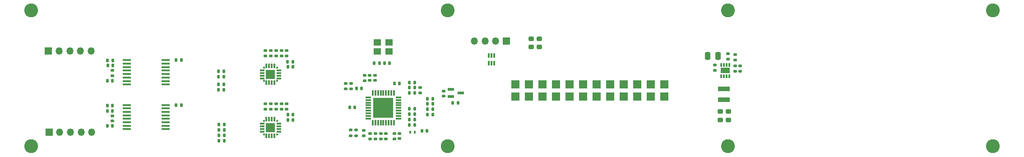
<source format=gts>
G04 #@! TF.GenerationSoftware,KiCad,Pcbnew,(6.0.4)*
G04 #@! TF.CreationDate,2022-05-22T11:17:41+03:00*
G04 #@! TF.ProjectId,dock_rs232_prt,646f636b-5f72-4733-9233-325f7072742e,rev?*
G04 #@! TF.SameCoordinates,Original*
G04 #@! TF.FileFunction,Soldermask,Top*
G04 #@! TF.FilePolarity,Negative*
%FSLAX46Y46*%
G04 Gerber Fmt 4.6, Leading zero omitted, Abs format (unit mm)*
G04 Created by KiCad (PCBNEW (6.0.4)) date 2022-05-22 11:17:41*
%MOMM*%
%LPD*%
G01*
G04 APERTURE LIST*
G04 Aperture macros list*
%AMRoundRect*
0 Rectangle with rounded corners*
0 $1 Rounding radius*
0 $2 $3 $4 $5 $6 $7 $8 $9 X,Y pos of 4 corners*
0 Add a 4 corners polygon primitive as box body*
4,1,4,$2,$3,$4,$5,$6,$7,$8,$9,$2,$3,0*
0 Add four circle primitives for the rounded corners*
1,1,$1+$1,$2,$3*
1,1,$1+$1,$4,$5*
1,1,$1+$1,$6,$7*
1,1,$1+$1,$8,$9*
0 Add four rect primitives between the rounded corners*
20,1,$1+$1,$2,$3,$4,$5,0*
20,1,$1+$1,$4,$5,$6,$7,0*
20,1,$1+$1,$6,$7,$8,$9,0*
20,1,$1+$1,$8,$9,$2,$3,0*%
G04 Aperture macros list end*
%ADD10C,2.600000*%
%ADD11R,1.150000X0.500000*%
%ADD12RoundRect,0.140000X-0.140000X-0.170000X0.140000X-0.170000X0.140000X0.170000X-0.140000X0.170000X0*%
%ADD13RoundRect,0.135000X0.185000X-0.135000X0.185000X0.135000X-0.185000X0.135000X-0.185000X-0.135000X0*%
%ADD14R,0.400000X0.500000*%
%ADD15RoundRect,0.135000X0.135000X0.185000X-0.135000X0.185000X-0.135000X-0.185000X0.135000X-0.185000X0*%
%ADD16RoundRect,0.225000X-0.250000X0.225000X-0.250000X-0.225000X0.250000X-0.225000X0.250000X0.225000X0*%
%ADD17RoundRect,0.140000X0.140000X0.170000X-0.140000X0.170000X-0.140000X-0.170000X0.140000X-0.170000X0*%
%ADD18RoundRect,0.140000X-0.170000X0.140000X-0.170000X-0.140000X0.170000X-0.140000X0.170000X0.140000X0*%
%ADD19RoundRect,0.225000X0.250000X-0.225000X0.250000X0.225000X-0.250000X0.225000X-0.250000X-0.225000X0*%
%ADD20R,1.350000X1.350000*%
%ADD21O,1.350000X1.350000*%
%ADD22R,1.500000X1.500000*%
%ADD23RoundRect,0.135000X-0.135000X-0.185000X0.135000X-0.185000X0.135000X0.185000X-0.135000X0.185000X0*%
%ADD24R,0.300000X0.700000*%
%ADD25R,1.800000X1.000000*%
%ADD26R,1.100000X0.300000*%
%ADD27R,0.300000X1.100000*%
%ADD28R,3.800000X3.800000*%
%ADD29RoundRect,0.140000X0.170000X-0.140000X0.170000X0.140000X-0.170000X0.140000X-0.170000X-0.140000X0*%
%ADD30RoundRect,0.135000X-0.185000X0.135000X-0.185000X-0.135000X0.185000X-0.135000X0.185000X0.135000X0*%
%ADD31R,0.300000X0.300000*%
%ADD32R,0.900000X0.300000*%
%ADD33R,0.300000X0.900000*%
%ADD34R,1.800000X1.800000*%
%ADD35R,0.300000X0.850000*%
%ADD36R,2.200000X0.850000*%
%ADD37R,1.400000X1.200000*%
%ADD38RoundRect,0.250000X-0.250000X-0.475000X0.250000X-0.475000X0.250000X0.475000X-0.250000X0.475000X0*%
%ADD39R,1.639799X0.431000*%
G04 APERTURE END LIST*
D10*
X202740569Y-113833157D03*
D11*
X281445919Y-103156201D03*
X281445919Y-104456201D03*
X283345919Y-103806201D03*
D12*
X217025919Y-101507354D03*
X217985919Y-101507354D03*
D13*
X270835919Y-112456201D03*
X270835919Y-111436201D03*
D14*
X273845919Y-111155048D03*
X274645919Y-111155048D03*
D13*
X247651269Y-96871551D03*
X247651269Y-95851551D03*
D15*
X274695919Y-103817354D03*
X273675919Y-103817354D03*
D16*
X298005919Y-93642354D03*
X298005919Y-95192354D03*
D17*
X251795919Y-97947354D03*
X250835919Y-97947354D03*
D18*
X249661269Y-95881551D03*
X249661269Y-96841551D03*
D13*
X247655919Y-106867354D03*
X247655919Y-105847354D03*
D10*
X333434272Y-113833157D03*
D19*
X333485919Y-108877354D03*
X333485919Y-107327354D03*
D20*
X205965919Y-95907354D03*
D21*
X207965919Y-95907354D03*
X209965919Y-95907354D03*
X211965919Y-95907354D03*
X213965919Y-95907354D03*
D18*
X267240116Y-100472004D03*
X267240116Y-101432004D03*
D22*
X296102314Y-102210511D03*
X313869822Y-102210511D03*
D12*
X267095919Y-98236201D03*
X268055919Y-98236201D03*
D22*
X303726488Y-102210511D03*
X306272031Y-102210511D03*
X293557740Y-102210511D03*
D18*
X280105116Y-103437354D03*
X280105116Y-104397354D03*
D22*
X313869822Y-104460511D03*
D18*
X217975919Y-99607354D03*
X217975919Y-100567354D03*
D13*
X262715919Y-103066201D03*
X262715919Y-102046201D03*
D22*
X318956856Y-104460511D03*
D13*
X261685919Y-103056201D03*
X261685919Y-102036201D03*
D10*
X383102927Y-113833157D03*
D22*
X318956856Y-102210511D03*
D23*
X277015919Y-107846201D03*
X278035919Y-107846201D03*
D22*
X298645299Y-102210511D03*
D15*
X238885919Y-99787354D03*
X237865919Y-99787354D03*
D24*
X333687419Y-98542354D03*
X333187419Y-98542354D03*
X332687419Y-98542354D03*
X332187419Y-98542354D03*
X332187419Y-100642354D03*
X332687419Y-100642354D03*
X333187419Y-100642354D03*
X333687419Y-100642354D03*
D25*
X332937419Y-99592354D03*
D26*
X265985919Y-104637354D03*
X265985919Y-105137354D03*
X265985919Y-105637354D03*
X265985919Y-106137354D03*
X265985919Y-106637354D03*
X265985919Y-107137354D03*
X265985919Y-107637354D03*
X265985919Y-108137354D03*
X265985919Y-108637354D03*
D27*
X266785919Y-109437354D03*
X267285919Y-109437354D03*
X267785919Y-109437354D03*
X268285919Y-109437354D03*
X268785919Y-109437354D03*
X269285919Y-109437354D03*
X269785919Y-109437354D03*
X270285919Y-109437354D03*
X270785919Y-109437354D03*
D26*
X271585919Y-108637354D03*
X271585919Y-108137354D03*
X271585919Y-107637354D03*
X271585919Y-107137354D03*
X271585919Y-106637354D03*
X271585919Y-106137354D03*
X271585919Y-105637354D03*
X271585919Y-105137354D03*
X271585919Y-104637354D03*
D27*
X270785919Y-103837354D03*
X270285919Y-103837354D03*
X269785919Y-103837354D03*
X269285919Y-103837354D03*
X268785919Y-103837354D03*
X268285919Y-103837354D03*
X267785919Y-103837354D03*
X267285919Y-103837354D03*
X266785919Y-103837354D03*
D28*
X268785919Y-106637354D03*
D17*
X274655919Y-106797354D03*
X273695919Y-106797354D03*
D22*
X301186952Y-102210511D03*
D18*
X275655919Y-102837354D03*
X275655919Y-103797354D03*
D17*
X276960116Y-110937004D03*
X276000116Y-110937004D03*
D22*
X301186952Y-104460511D03*
D23*
X277035919Y-105866201D03*
X278055919Y-105866201D03*
D22*
X316417530Y-102210511D03*
D29*
X267350116Y-112427004D03*
X267350116Y-111467004D03*
D30*
X334755919Y-98722354D03*
X334755919Y-99742354D03*
D22*
X321495567Y-104460511D03*
D10*
X280893489Y-88317435D03*
D18*
X250661269Y-95881551D03*
X250661269Y-96841551D03*
D30*
X333395919Y-96472354D03*
X333395919Y-97492354D03*
D17*
X217985919Y-107167354D03*
X217025919Y-107167354D03*
D22*
X308812574Y-104460511D03*
X311350317Y-104460511D03*
X306272031Y-104460511D03*
D30*
X331000919Y-98572354D03*
X331000919Y-99592354D03*
D22*
X303726488Y-104460511D03*
D17*
X230875919Y-106087354D03*
X229915919Y-106087354D03*
D18*
X335745919Y-98752354D03*
X335745919Y-99712354D03*
D23*
X273670116Y-101832004D03*
X274690116Y-101832004D03*
D18*
X250665919Y-105877354D03*
X250665919Y-106837354D03*
D17*
X230865919Y-97667354D03*
X229905919Y-97667354D03*
D31*
X248855919Y-101567354D03*
D32*
X249155919Y-101067354D03*
X249155919Y-100567354D03*
X249155919Y-100067354D03*
X249155919Y-99567354D03*
D31*
X248855919Y-99067354D03*
D33*
X248355919Y-98767354D03*
X247855919Y-98767354D03*
X247355919Y-98767354D03*
X246855919Y-98767354D03*
D31*
X246355919Y-99067354D03*
D32*
X246055919Y-99567354D03*
X246055919Y-100067354D03*
X246055919Y-100567354D03*
X246055919Y-101067354D03*
D31*
X246355919Y-101567354D03*
D33*
X246855919Y-101867354D03*
X247355919Y-101867354D03*
X247855919Y-101867354D03*
X248355919Y-101867354D03*
D34*
X247605919Y-100317354D03*
D15*
X238875919Y-102177354D03*
X237855919Y-102177354D03*
X238935919Y-112827354D03*
X237915919Y-112827354D03*
D12*
X262485919Y-106487354D03*
X263445919Y-106487354D03*
D30*
X248645919Y-105847354D03*
X248645919Y-106867354D03*
D15*
X238895919Y-103187354D03*
X237875919Y-103187354D03*
D22*
X308812574Y-102210511D03*
D35*
X288595919Y-98217354D03*
X289095919Y-98217354D03*
X289595919Y-98217354D03*
X289595919Y-96817354D03*
X289095919Y-96817354D03*
X288595919Y-96817354D03*
D22*
X311350317Y-102210511D03*
D17*
X269925919Y-98236201D03*
X268965919Y-98236201D03*
D19*
X331975919Y-108867354D03*
X331975919Y-107317354D03*
D12*
X217055919Y-97717354D03*
X218015919Y-97717354D03*
X263730116Y-102992004D03*
X264690116Y-102992004D03*
D20*
X206065919Y-111207354D03*
D21*
X208065919Y-111207354D03*
X210065919Y-111207354D03*
X212065919Y-111207354D03*
X214065919Y-111207354D03*
D22*
X321495567Y-102210511D03*
D12*
X217025919Y-106207354D03*
X217985919Y-106207354D03*
D15*
X238915919Y-109767354D03*
X237895919Y-109767354D03*
D18*
X217945919Y-108107354D03*
X217945919Y-109067354D03*
D29*
X268310116Y-112417004D03*
X268310116Y-111457004D03*
D36*
X332705919Y-103067354D03*
X332705919Y-105117354D03*
D15*
X274700116Y-108842004D03*
X273680116Y-108842004D03*
D31*
X248860569Y-111563157D03*
D32*
X249160569Y-111063157D03*
X249160569Y-110563157D03*
X249160569Y-110063157D03*
X249160569Y-109563157D03*
D31*
X248860569Y-109063157D03*
D33*
X248360569Y-108763157D03*
X247860569Y-108763157D03*
X247360569Y-108763157D03*
X246860569Y-108763157D03*
D31*
X246360569Y-109063157D03*
D32*
X246060569Y-109563157D03*
X246060569Y-110063157D03*
X246060569Y-110563157D03*
X246060569Y-111063157D03*
D31*
X246360569Y-111563157D03*
D33*
X246860569Y-111863157D03*
X247360569Y-111863157D03*
X247860569Y-111863157D03*
X248360569Y-111863157D03*
D34*
X247610569Y-110313157D03*
D22*
X298645299Y-104460511D03*
D29*
X271805919Y-112407354D03*
X271805919Y-111447354D03*
D13*
X246615919Y-106867354D03*
X246615919Y-105847354D03*
D12*
X217005919Y-110007354D03*
X217965919Y-110007354D03*
D22*
X293557740Y-104460511D03*
D15*
X238925919Y-111797354D03*
X237905919Y-111797354D03*
X278045919Y-106856201D03*
X277025919Y-106856201D03*
D18*
X266250116Y-100472004D03*
X266250116Y-101432004D03*
D23*
X281795919Y-105706201D03*
X282815919Y-105706201D03*
D16*
X296505919Y-93637354D03*
X296505919Y-95187354D03*
D37*
X269885919Y-94366201D03*
X267685919Y-94366201D03*
X267685919Y-96066201D03*
X269885919Y-96066201D03*
D10*
X383102927Y-88317435D03*
D22*
X296102314Y-104460511D03*
D18*
X249665919Y-105877354D03*
X249665919Y-106837354D03*
D17*
X271795919Y-102067354D03*
X270835919Y-102067354D03*
D38*
X329650919Y-96857354D03*
X331550919Y-96857354D03*
D10*
X280893489Y-113833157D03*
D13*
X246611269Y-96871551D03*
X246611269Y-95851551D03*
D23*
X273680116Y-107802004D03*
X274700116Y-107802004D03*
D15*
X274695919Y-109856201D03*
X273675919Y-109856201D03*
D17*
X218025919Y-98677354D03*
X217065919Y-98677354D03*
D22*
X316417530Y-104460511D03*
D30*
X334745919Y-96632354D03*
X334745919Y-97652354D03*
D17*
X251855919Y-108877354D03*
X250895919Y-108877354D03*
D30*
X248641269Y-95851551D03*
X248641269Y-96871551D03*
D29*
X269285919Y-112417354D03*
X269285919Y-111457354D03*
D13*
X266300116Y-112467004D03*
X266300116Y-111447004D03*
D20*
X291845919Y-94116641D03*
D21*
X289845919Y-94116641D03*
X287845919Y-94116641D03*
X285845919Y-94116641D03*
D10*
X333434272Y-88317435D03*
D17*
X251805919Y-98927354D03*
X250845919Y-98927354D03*
D10*
X202740569Y-88317435D03*
D39*
X220653719Y-97672355D03*
X220653719Y-98322353D03*
X220653719Y-98972355D03*
X220653719Y-99622353D03*
X220653719Y-100272352D03*
X220653719Y-100922353D03*
X220653719Y-101572352D03*
X220653719Y-102222353D03*
X227918119Y-102222353D03*
X227918119Y-101572355D03*
X227918119Y-100922353D03*
X227918119Y-100272355D03*
X227918119Y-99622356D03*
X227918119Y-98972355D03*
X227918119Y-98322356D03*
X227918119Y-97672355D03*
D30*
X263630116Y-110797004D03*
X263630116Y-111817004D03*
D29*
X265140116Y-111817004D03*
X265140116Y-110857004D03*
D17*
X251845919Y-107897354D03*
X250885919Y-107897354D03*
D30*
X262630116Y-110797004D03*
X262630116Y-111817004D03*
D39*
X220658369Y-106058158D03*
X220658369Y-106708156D03*
X220658369Y-107358158D03*
X220658369Y-108008156D03*
X220658369Y-108658155D03*
X220658369Y-109308156D03*
X220658369Y-109958155D03*
X220658369Y-110608156D03*
X227922769Y-110608156D03*
X227922769Y-109958158D03*
X227922769Y-109308156D03*
X227922769Y-108658158D03*
X227922769Y-108008159D03*
X227922769Y-107358158D03*
X227922769Y-106708159D03*
X227922769Y-106058158D03*
D23*
X277025919Y-104886201D03*
X278045919Y-104886201D03*
D30*
X265260116Y-100472004D03*
X265260116Y-101492004D03*
D23*
X273665919Y-102817354D03*
X274685919Y-102817354D03*
D15*
X238915919Y-110767354D03*
X237895919Y-110767354D03*
X238885919Y-100787354D03*
X237865919Y-100787354D03*
M02*

</source>
